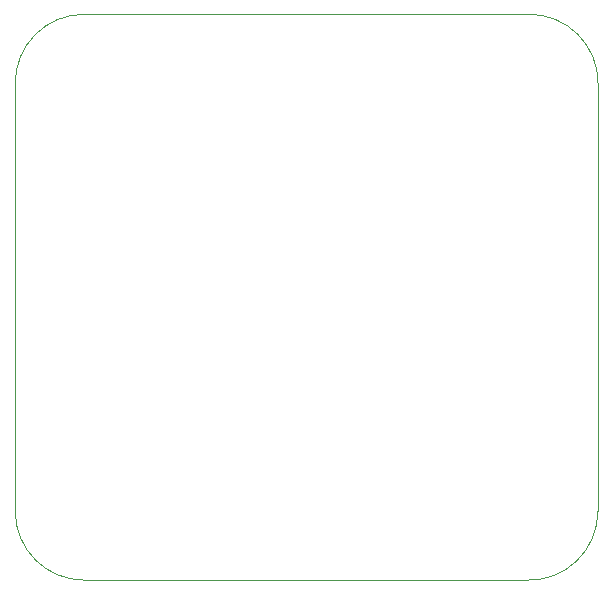
<source format=gbr>
%TF.GenerationSoftware,KiCad,Pcbnew,7.0.7*%
%TF.CreationDate,2024-03-24T23:16:10-05:00*%
%TF.ProjectId,lsm6dsoxCANEnabled,6c736d36-6473-46f7-9843-414e456e6162,rev?*%
%TF.SameCoordinates,Original*%
%TF.FileFunction,Profile,NP*%
%FSLAX46Y46*%
G04 Gerber Fmt 4.6, Leading zero omitted, Abs format (unit mm)*
G04 Created by KiCad (PCBNEW 7.0.7) date 2024-03-24 23:16:10*
%MOMM*%
%LPD*%
G01*
G04 APERTURE LIST*
%TA.AperFunction,Profile*%
%ADD10C,0.100000*%
%TD*%
G04 APERTURE END LIST*
D10*
X54198680Y-61671320D02*
X54198680Y-25421320D01*
X103548680Y-25491320D02*
X103528680Y-61681320D01*
X103548680Y-25491320D02*
G75*
G03*
X97718680Y-19590900I-5829980J70020D01*
G01*
X60028680Y-19591320D02*
G75*
G03*
X54198680Y-25421320I0J-5830000D01*
G01*
X54198680Y-61671320D02*
G75*
G03*
X60028680Y-67501320I5830020J20D01*
G01*
X60028680Y-19591320D02*
X97718680Y-19591320D01*
X97478680Y-67511320D02*
X60028680Y-67501320D01*
X97478838Y-67507133D02*
G75*
G03*
X103528680Y-61681320I219862J5825833D01*
G01*
M02*

</source>
